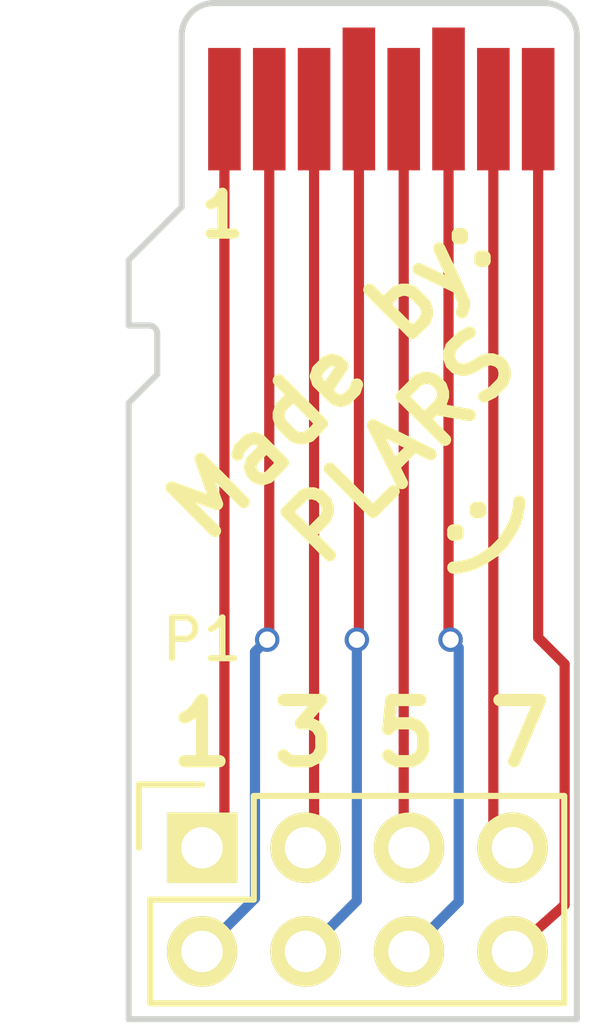
<source format=kicad_pcb>
(kicad_pcb (version 4) (host pcbnew 4.0.4+dfsg1-stable)

  (general
    (links 8)
    (no_connects 0)
    (area 139.599999 82.324999 160.400001 107.625001)
    (thickness 0.75)
    (drawings 20)
    (tracks 30)
    (zones 0)
    (modules 2)
    (nets 9)
  )

  (page A4)
  (layers
    (0 F.Cu signal)
    (31 B.Cu signal)
    (32 B.Adhes user)
    (33 F.Adhes user)
    (34 B.Paste user)
    (35 F.Paste user)
    (36 B.SilkS user)
    (37 F.SilkS user)
    (38 B.Mask user)
    (39 F.Mask user)
    (40 Dwgs.User user)
    (41 Cmts.User user)
    (42 Eco1.User user)
    (43 Eco2.User user)
    (44 Edge.Cuts user)
    (45 Margin user)
    (46 B.CrtYd user)
    (47 F.CrtYd user)
    (48 B.Fab user)
    (49 F.Fab user)
  )

  (setup
    (last_trace_width 0.25)
    (trace_clearance 0.2)
    (zone_clearance 0.508)
    (zone_45_only no)
    (trace_min 0.2)
    (segment_width 0.2)
    (edge_width 0.15)
    (via_size 0.6)
    (via_drill 0.4)
    (via_min_size 0.4)
    (via_min_drill 0.3)
    (uvia_size 0.3)
    (uvia_drill 0.1)
    (uvias_allowed no)
    (uvia_min_size 0.2)
    (uvia_min_drill 0.1)
    (pcb_text_width 0.3)
    (pcb_text_size 1.5 1.5)
    (mod_edge_width 0.15)
    (mod_text_size 1 1)
    (mod_text_width 0.15)
    (pad_size 1.524 1.524)
    (pad_drill 0.762)
    (pad_to_mask_clearance 0.2)
    (aux_axis_origin 0 0)
    (visible_elements FFFEFF7F)
    (pcbplotparams
      (layerselection 0x00030_80000001)
      (usegerberextensions false)
      (excludeedgelayer true)
      (linewidth 0.100000)
      (plotframeref false)
      (viasonmask false)
      (mode 1)
      (useauxorigin false)
      (hpglpennumber 1)
      (hpglpenspeed 20)
      (hpglpendiameter 15)
      (hpglpenoverlay 2)
      (psnegative false)
      (psa4output false)
      (plotreference true)
      (plotvalue true)
      (plotinvisibletext false)
      (padsonsilk false)
      (subtractmaskfromsilk false)
      (outputformat 4)
      (mirror false)
      (drillshape 0)
      (scaleselection 1)
      (outputdirectory /home/plars/mine/electronics/kicad/microsd-breakout/plars1))
  )

  (net 0 "")
  (net 1 DAT2)
  (net 2 DAT3)
  (net 3 CMD)
  (net 4 VDD)
  (net 5 CLK)
  (net 6 VSS)
  (net 7 DAT0)
  (net 8 DAT1)

  (net_class Default "This is the default net class."
    (clearance 0.2)
    (trace_width 0.25)
    (via_dia 0.6)
    (via_drill 0.4)
    (uvia_dia 0.3)
    (uvia_drill 0.1)
    (add_net CLK)
    (add_net CMD)
    (add_net DAT0)
    (add_net DAT1)
    (add_net DAT2)
    (add_net DAT3)
    (add_net VDD)
    (add_net VSS)
  )

  (module Socket_Strips:Socket_Strip_Straight_2x04 (layer F.Cu) (tedit 0) (tstamp 58868378)
    (at 145.6 103.1)
    (descr "Through hole socket strip")
    (tags "socket strip")
    (path /58867FD2)
    (fp_text reference P1 (at 0 -5.1) (layer F.SilkS)
      (effects (font (size 1 1) (thickness 0.15)))
    )
    (fp_text value CONN_02X04 (at 0 -3.1) (layer F.Fab)
      (effects (font (size 1 1) (thickness 0.15)))
    )
    (fp_line (start -1.75 -1.75) (end -1.75 4.3) (layer F.CrtYd) (width 0.05))
    (fp_line (start 9.4 -1.75) (end 9.4 4.3) (layer F.CrtYd) (width 0.05))
    (fp_line (start -1.75 -1.75) (end 9.4 -1.75) (layer F.CrtYd) (width 0.05))
    (fp_line (start -1.75 4.3) (end 9.4 4.3) (layer F.CrtYd) (width 0.05))
    (fp_line (start 1.27 -1.27) (end 8.89 -1.27) (layer F.SilkS) (width 0.15))
    (fp_line (start 8.89 -1.27) (end 8.89 3.81) (layer F.SilkS) (width 0.15))
    (fp_line (start 8.89 3.81) (end -1.27 3.81) (layer F.SilkS) (width 0.15))
    (fp_line (start -1.27 3.81) (end -1.27 1.27) (layer F.SilkS) (width 0.15))
    (fp_line (start 0 -1.55) (end -1.55 -1.55) (layer F.SilkS) (width 0.15))
    (fp_line (start -1.27 1.27) (end 1.27 1.27) (layer F.SilkS) (width 0.15))
    (fp_line (start 1.27 1.27) (end 1.27 -1.27) (layer F.SilkS) (width 0.15))
    (fp_line (start -1.55 -1.55) (end -1.55 0) (layer F.SilkS) (width 0.15))
    (pad 1 thru_hole rect (at 0 0) (size 1.7272 1.7272) (drill 1.016) (layers *.Cu *.Mask F.SilkS)
      (net 1 DAT2))
    (pad 2 thru_hole oval (at 0 2.54) (size 1.7272 1.7272) (drill 1.016) (layers *.Cu *.Mask F.SilkS)
      (net 2 DAT3))
    (pad 3 thru_hole oval (at 2.54 0) (size 1.7272 1.7272) (drill 1.016) (layers *.Cu *.Mask F.SilkS)
      (net 3 CMD))
    (pad 4 thru_hole oval (at 2.54 2.54) (size 1.7272 1.7272) (drill 1.016) (layers *.Cu *.Mask F.SilkS)
      (net 4 VDD))
    (pad 5 thru_hole oval (at 5.08 0) (size 1.7272 1.7272) (drill 1.016) (layers *.Cu *.Mask F.SilkS)
      (net 5 CLK))
    (pad 6 thru_hole oval (at 5.08 2.54) (size 1.7272 1.7272) (drill 1.016) (layers *.Cu *.Mask F.SilkS)
      (net 6 VSS))
    (pad 7 thru_hole oval (at 7.62 0) (size 1.7272 1.7272) (drill 1.016) (layers *.Cu *.Mask F.SilkS)
      (net 7 DAT0))
    (pad 8 thru_hole oval (at 7.62 2.54) (size 1.7272 1.7272) (drill 1.016) (layers *.Cu *.Mask F.SilkS)
      (net 8 DAT1))
    (model Socket_Strips.3dshapes/Socket_Strip_Straight_2x04.wrl
      (at (xyz 0.15 -0.05 0))
      (scale (xyz 1 1 1))
      (rotate (xyz 0 0 180))
    )
  )

  (module kicad:microsd-connector (layer F.Cu) (tedit 588766DF) (tstamp 58876937)
    (at 150 85)
    (path /58875C99)
    (fp_text reference U1 (at 0 2.6) (layer F.SilkS) hide
      (effects (font (size 1.2 1.2) (thickness 0.15)))
    )
    (fp_text value MICRO_SD_CONNECTOR (at 0 3.95) (layer F.Fab) hide
      (effects (font (size 1.2 1.2) (thickness 0.15)))
    )
    (pad 1 smd rect (at -3.85 0) (size 0.8 3) (layers F.Cu F.Paste F.Mask)
      (net 1 DAT2))
    (pad 2 smd rect (at -2.75 0) (size 0.8 3) (layers F.Cu F.Paste F.Mask)
      (net 2 DAT3))
    (pad 3 smd rect (at -1.65 0) (size 0.8 3) (layers F.Cu F.Paste F.Mask)
      (net 3 CMD))
    (pad 4 smd rect (at -0.55 -0.25) (size 0.8 3.5) (layers F.Cu F.Paste F.Mask)
      (net 4 VDD))
    (pad 5 smd rect (at 0.55 0) (size 0.8 3) (layers F.Cu F.Paste F.Mask)
      (net 5 CLK))
    (pad 6 smd rect (at 1.65 -0.25) (size 0.8 3.5) (layers F.Cu F.Paste F.Mask)
      (net 6 VSS))
    (pad 7 smd rect (at 2.75 0) (size 0.8 3) (layers F.Cu F.Paste F.Mask)
      (net 7 DAT0))
    (pad 8 smd rect (at 3.85 0) (size 0.8 3) (layers F.Cu F.Paste F.Mask)
      (net 8 DAT1))
  )

  (gr_text ":)" (at 152.6 95.3 315) (layer F.SilkS)
    (effects (font (size 1.5 1.5) (thickness 0.3)))
  )
  (gr_text "Made by:\nPLARS" (at 149.6 92.4 45) (layer F.SilkS)
    (effects (font (size 1.5 1.5) (thickness 0.3)))
  )
  (gr_line (start 154.8 107.3) (end 154.8 83.2) (angle 90) (layer Edge.Cuts) (width 0.15))
  (gr_line (start 143.8 107.3) (end 154.8 107.3) (angle 90) (layer Edge.Cuts) (width 0.15))
  (gr_line (start 143.8 92.2) (end 143.8 107.3) (angle 90) (layer Edge.Cuts) (width 0.15))
  (gr_line (start 144.5 91.5) (end 143.8 92.2) (angle 90) (layer Edge.Cuts) (width 0.15))
  (gr_line (start 144.5 90.5) (end 144.5 91.5) (angle 90) (layer Edge.Cuts) (width 0.15))
  (gr_line (start 143.8 90.3) (end 144.3 90.3) (angle 90) (layer Edge.Cuts) (width 0.15))
  (gr_line (start 143.8 88.7) (end 143.8 90.3) (angle 90) (layer Edge.Cuts) (width 0.15))
  (gr_line (start 145.1 87.4) (end 143.8 88.7) (angle 90) (layer Edge.Cuts) (width 0.15))
  (gr_line (start 145.1 83.2) (end 145.1 87.4) (angle 90) (layer Edge.Cuts) (width 0.15))
  (gr_arc (start 144.3 90.5) (end 144.3 90.3) (angle 90) (layer Edge.Cuts) (width 0.15))
  (gr_line (start 145.9 82.4) (end 154 82.4) (angle 90) (layer Edge.Cuts) (width 0.15))
  (gr_arc (start 154 83.2) (end 154 82.4) (angle 90) (layer Edge.Cuts) (width 0.15))
  (gr_arc (start 145.9 83.2) (end 145.1 83.2) (angle 90) (layer Edge.Cuts) (width 0.15))
  (gr_text 1 (at 146.1 87.6) (layer F.SilkS)
    (effects (font (size 1 1) (thickness 0.25)))
  )
  (gr_text 7 (at 153.4 100.3) (layer F.SilkS)
    (effects (font (size 1.5 1.5) (thickness 0.3)))
  )
  (gr_text 5 (at 150.6 100.3) (layer F.SilkS)
    (effects (font (size 1.5 1.5) (thickness 0.3)))
  )
  (gr_text 3 (at 148.1 100.3) (layer F.SilkS)
    (effects (font (size 1.5 1.5) (thickness 0.3)))
  )
  (gr_text 1 (at 145.6 100.3) (layer F.SilkS)
    (effects (font (size 1.5 1.5) (thickness 0.3)))
  )

  (segment (start 146.15 85) (end 146.15 102.55) (width 0.25) (layer F.Cu) (net 1))
  (segment (start 146.15 102.55) (end 145.6 103.1) (width 0.25) (layer F.Cu) (net 1) (tstamp 5887EEBC))
  (segment (start 147.25 85) (end 147.25 97.95) (width 0.25) (layer F.Cu) (net 2))
  (segment (start 146.9 104.34) (end 145.6 105.64) (width 0.25) (layer B.Cu) (net 2) (tstamp 588819FE))
  (segment (start 146.9 98.3) (end 146.9 104.34) (width 0.25) (layer B.Cu) (net 2) (tstamp 588819F7))
  (segment (start 147.2 98) (end 146.9 98.3) (width 0.25) (layer B.Cu) (net 2) (tstamp 588819F6))
  (via (at 147.2 98) (size 0.6) (drill 0.4) (layers F.Cu B.Cu) (net 2))
  (segment (start 147.25 97.95) (end 147.2 98) (width 0.25) (layer F.Cu) (net 2) (tstamp 588819EA))
  (segment (start 148.35 85) (end 148.35 102.89) (width 0.25) (layer F.Cu) (net 3))
  (segment (start 148.35 102.89) (end 148.14 103.1) (width 0.25) (layer F.Cu) (net 3) (tstamp 58881A1A))
  (segment (start 149.45 84.75) (end 149.45 97.95) (width 0.25) (layer F.Cu) (net 4))
  (segment (start 149.4 104.4) (end 148.16 105.64) (width 0.25) (layer B.Cu) (net 4) (tstamp 58881A61))
  (segment (start 149.4 98) (end 149.4 104.4) (width 0.25) (layer B.Cu) (net 4) (tstamp 58881A60))
  (via (at 149.4 98) (size 0.6) (drill 0.4) (layers F.Cu B.Cu) (net 4))
  (segment (start 149.45 97.95) (end 149.4 98) (width 0.25) (layer F.Cu) (net 4) (tstamp 58881A50))
  (segment (start 148.16 105.64) (end 148.14 105.64) (width 0.25) (layer B.Cu) (net 4) (tstamp 58881A6B))
  (segment (start 150.55 85) (end 150.55 102.97) (width 0.25) (layer F.Cu) (net 5))
  (segment (start 150.55 102.97) (end 150.68 103.1) (width 0.25) (layer F.Cu) (net 5) (tstamp 58881A3E))
  (segment (start 151.65 84.75) (end 151.65 97.95) (width 0.25) (layer F.Cu) (net 6))
  (segment (start 151.9 104.42) (end 150.68 105.64) (width 0.25) (layer B.Cu) (net 6) (tstamp 58881AC1))
  (segment (start 151.9 98.2) (end 151.9 104.42) (width 0.25) (layer B.Cu) (net 6) (tstamp 58881AAC))
  (segment (start 151.7 98) (end 151.9 98.2) (width 0.25) (layer B.Cu) (net 6) (tstamp 58881AAB))
  (via (at 151.7 98) (size 0.6) (drill 0.4) (layers F.Cu B.Cu) (net 6))
  (segment (start 151.65 97.95) (end 151.7 98) (width 0.25) (layer F.Cu) (net 6) (tstamp 58881A9E))
  (segment (start 152.75 85) (end 152.75 102.63) (width 0.25) (layer F.Cu) (net 7))
  (segment (start 152.75 102.63) (end 153.22 103.1) (width 0.25) (layer F.Cu) (net 7) (tstamp 58881AE2))
  (segment (start 153.85 85) (end 153.85 97.95) (width 0.25) (layer F.Cu) (net 8))
  (segment (start 154.5 104.5) (end 153.22 105.64) (width 0.25) (layer F.Cu) (net 8) (tstamp 58881B51))
  (segment (start 154.5 98.6) (end 154.5 104.5) (width 0.25) (layer F.Cu) (net 8) (tstamp 58881B36))
  (segment (start 153.85 97.95) (end 154.5 98.6) (width 0.25) (layer F.Cu) (net 8) (tstamp 58881AF4))

)

</source>
